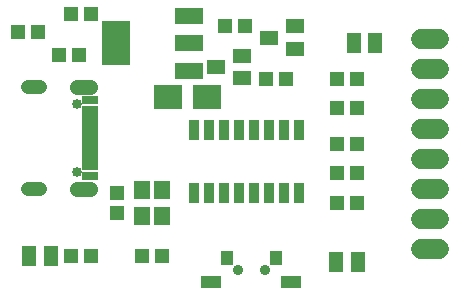
<source format=gbr>
G04 EAGLE Gerber RS-274X export*
G75*
%MOMM*%
%FSLAX34Y34*%
%LPD*%
%INSoldermask Top*%
%IPPOS*%
%AMOC8*
5,1,8,0,0,1.08239X$1,22.5*%
G01*
%ADD10R,1.303200X1.203200*%
%ADD11R,1.203200X1.303200*%
%ADD12R,0.838200X1.727200*%
%ADD13R,1.603200X1.203200*%
%ADD14R,1.303200X1.653200*%
%ADD15R,2.353200X2.003200*%
%ADD16R,2.438200X1.422200*%
%ADD17R,2.403200X3.803200*%
%ADD18C,1.203200*%
%ADD19C,1.253200*%
%ADD20C,0.853200*%
%ADD21R,1.353200X0.803200*%
%ADD22R,1.353200X0.503200*%
%ADD23R,1.403200X1.603200*%
%ADD24C,0.903200*%
%ADD25R,1.103200X1.203200*%
%ADD26R,1.653200X1.003200*%
%ADD27C,1.727200*%


D10*
X133500Y30000D03*
X116500Y30000D03*
D11*
X238500Y180000D03*
X221500Y180000D03*
D12*
X236750Y136950D03*
X211350Y83050D03*
X249450Y136950D03*
X224050Y136950D03*
X211350Y136950D03*
X224050Y83050D03*
X198650Y83050D03*
X185950Y83050D03*
X185950Y136950D03*
X160550Y83050D03*
X198650Y136950D03*
X173250Y136950D03*
X173250Y83050D03*
X160550Y136950D03*
X236750Y83050D03*
X249450Y83050D03*
D13*
X179000Y190000D03*
X201000Y199500D03*
X201000Y180500D03*
X224000Y215000D03*
X246000Y224500D03*
X246000Y205500D03*
D11*
X95000Y83500D03*
X95000Y66500D03*
X203500Y225000D03*
X186500Y225000D03*
D14*
X281000Y25000D03*
X299000Y25000D03*
D10*
X73500Y235000D03*
X56500Y235000D03*
D15*
X138750Y165000D03*
X171250Y165000D03*
D11*
X298500Y75000D03*
X281500Y75000D03*
D10*
X281500Y155000D03*
X298500Y155000D03*
D14*
X296000Y210000D03*
X314000Y210000D03*
D11*
X298500Y180000D03*
X281500Y180000D03*
D16*
X155990Y186890D03*
X155990Y210000D03*
X155990Y233110D03*
D17*
X94010Y210000D03*
D14*
X21000Y30000D03*
X39000Y30000D03*
D11*
X56500Y30000D03*
X73500Y30000D03*
D18*
X30000Y173200D02*
X20000Y173200D01*
X20000Y86800D02*
X30000Y86800D01*
D19*
X61550Y173200D02*
X72050Y173200D01*
X72050Y86800D02*
X61550Y86800D01*
D20*
X61800Y101100D03*
X61800Y158900D03*
D21*
X72550Y162000D03*
X72550Y98000D03*
X72550Y154000D03*
X72550Y106000D03*
D22*
X72550Y127500D03*
X72550Y132500D03*
X72550Y122500D03*
X72550Y117500D03*
X72550Y112500D03*
X72550Y137500D03*
X72550Y142500D03*
X72550Y147500D03*
D23*
X133500Y64000D03*
X133500Y86000D03*
X116500Y86000D03*
X116500Y64000D03*
D11*
X298500Y100000D03*
X281500Y100000D03*
X298500Y125000D03*
X281500Y125000D03*
D24*
X197500Y18000D03*
X220500Y18000D03*
D25*
X188000Y28500D03*
X230000Y28500D03*
D26*
X175250Y8000D03*
X242750Y8000D03*
D11*
X11500Y220000D03*
X28500Y220000D03*
X46500Y200000D03*
X63500Y200000D03*
D27*
X352380Y213900D02*
X367620Y213900D01*
X367620Y188500D02*
X352380Y188500D01*
X352380Y163100D02*
X367620Y163100D01*
X367620Y137700D02*
X352380Y137700D01*
X352380Y112300D02*
X367620Y112300D01*
X367620Y86900D02*
X352380Y86900D01*
X352380Y61500D02*
X367620Y61500D01*
X367620Y36100D02*
X352380Y36100D01*
M02*

</source>
